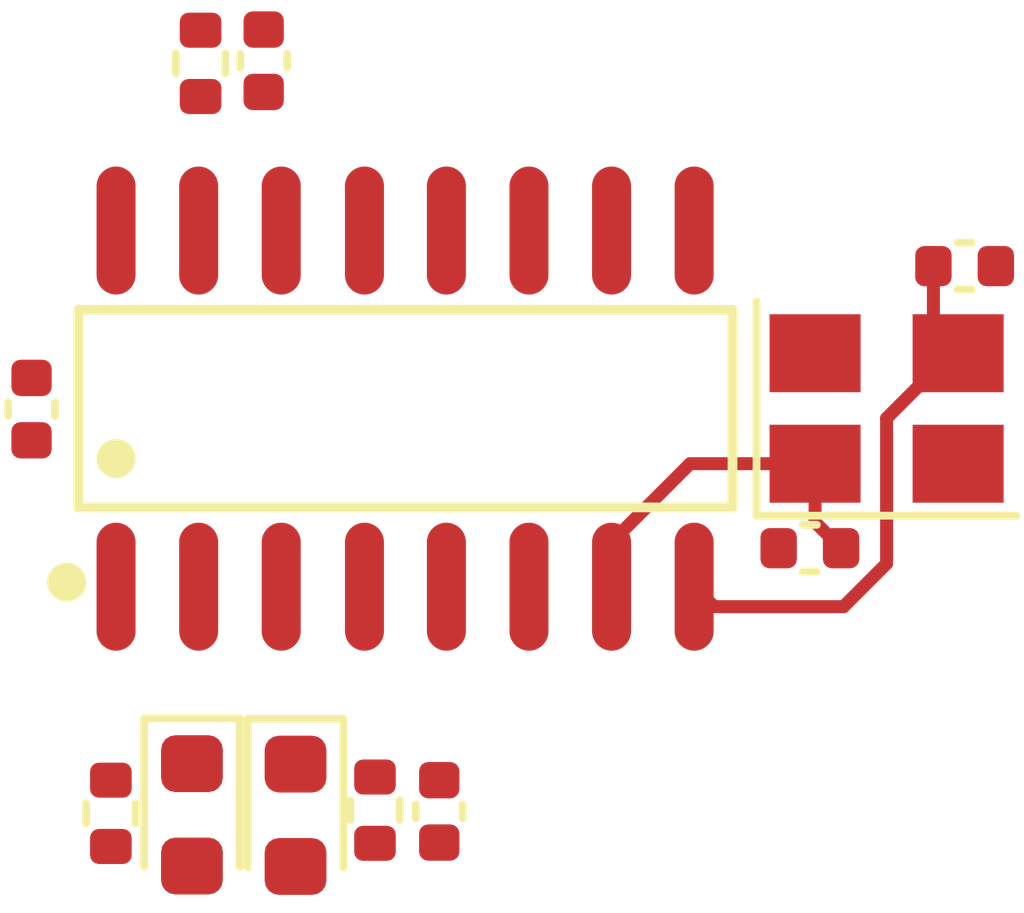
<source format=kicad_pcb>
(kicad_pcb (version 20241229) (generator "pcbnew") (generator_version "9.0")
  (title_block (title "${PCB_NAME}") (date "${CURRENT_DATE}") (rev "${PCB_VERSION}"))
  (layers (0 "F.Cu" signal) (2 "B.Cu" signal) (13 "F.Paste" user) (15 "B.Paste" user) (5 "F.SilkS" user "F.Silkscreen") (7 "B.SilkS" user "B.Silkscreen") (1 "F.Mask" user) (3 "B.Mask" user) (25 "Edge.Cuts" user))
  (net 0 "")
  (net 1 "NC_4")
  (net 2 "NC_3")
  (net 3 "USB_VCC")
  (net 4 "V3_INTERNAL")
  (net 5 "USB_D_P")
  (net 6 "TX_LED_ANODE")
  (net 7 "UART_TX")
  (net 8 "GND")
  (net 9 "RTS")
  (net 10 "NC_2")
  (net 11 "USB_D_N")
  (net 12 "RX_LED_ANODE")
  (net 13 "R232")
  (net 14 "oscpair_XIN")
  (net 15 "DTR")
  (net 16 "NC")
  (net 17 "UART_RX")
  (net 18 "VCC")
  (net 19 "oscpair_XOUT")
  (footprint "C_0402_1005Metric:C_0402_1005Metric" (layer "F.Cu") (at 142.7 107.13 -90)
    (property "Reference" "C1" (hide yes))
    (property "Value" "100nF 10V" (hide yes))
    (fp_line (start -0.107836 0.36) (end 0.107836 0.36) (stroke (width 0.12)) (layer "F.SilkS"))
    (fp_line (start -0.107836 -0.36) (end 0.107836 -0.36) (stroke (width 0.12)) (layer "F.SilkS"))
    (pad "1" smd roundrect (at -0.48 0 270) (size 0.56 0.62) (layers "F.Cu" "F.Mask" "F.Paste") (net 3 "USB_VCC"))
    (pad "2" smd roundrect (at 0.48 0 270) (size 0.56 0.62) (layers "F.Cu" "F.Mask" "F.Paste") (net 8 "GND"))
  )
  (footprint "R_0402_1005Metric:R_0402_1005Metric" (layer "F.Cu") (at 145.3 101.810001 90)
    (property "Reference" "R1" (hide yes))
    (property "Value" "1k 5%" (hide yes))
    (fp_line (start -0.153641 -0.38) (end 0.153641 -0.38) (stroke (width 0.12)) (layer "F.SilkS"))
    (fp_line (start -0.153641 0.38) (end 0.153641 0.38) (stroke (width 0.12)) (layer "F.SilkS"))
    (pad "1" smd roundrect (at -0.509999 0 90) (size 0.54 0.64) (layers "F.Cu" "F.Mask" "F.Paste") (net 13 "R232"))
    (pad "2" smd roundrect (at 0.509999 0 90) (size 0.54 0.64) (layers "F.Cu" "F.Mask" "F.Paste") (net 18 "VCC"))
  )
  (footprint "R_0402_1005Metric:R_0402_1005Metric" (layer "F.Cu") (at 143.92 113.35 -90)
    (property "Reference" "R2" (hide yes))
    (property "Value" "1k 5%" (hide yes))
    (fp_line (start -0.153641 0.38) (end 0.153641 0.38) (stroke (width 0.12)) (layer "F.SilkS"))
    (fp_line (start -0.153641 -0.38) (end 0.153641 -0.38) (stroke (width 0.12)) (layer "F.SilkS"))
    (pad "1" smd roundrect (at -0.509999 0 270) (size 0.54 0.64) (layers "F.Cu" "F.Mask" "F.Paste") (net 7 "UART_TX"))
    (pad "2" smd roundrect (at 0.509999 0 270) (size 0.54 0.64) (layers "F.Cu" "F.Mask" "F.Paste") (net 12 "RX_LED_ANODE"))
  )
  (footprint "LED_0603_1608Metric:LED_0603_1608Metric" (layer "F.Cu") (at 145.16697 113.373377 -90)
    (property "Reference" "D1" (hide yes))
    (property "Value" "LED YELLOW" (hide yes))
    (fp_line (start -1.485 0.735) (end 0.8 0.735) (stroke (width 0.12)) (layer "F.SilkS"))
    (fp_line (start -1.485 -0.735) (end -1.485 0.735) (stroke (width 0.12)) (layer "F.SilkS"))
    (fp_line (start 0.8 -0.735) (end -1.485 -0.735) (stroke (width 0.12)) (layer "F.SilkS"))
    (pad "1" smd roundrect (at -0.787501 0 270) (size 0.875 0.95) (layers "F.Cu" "F.Mask" "F.Paste") (net 8 "GND"))
    (pad "2" smd roundrect (at 0.787501 0 270) (size 0.875 0.95) (layers "F.Cu" "F.Mask" "F.Paste") (net 12 "RX_LED_ANODE"))
  )
  (footprint "C_0402_1005Metric:C_0402_1005Metric" (layer "F.Cu") (at 154.67 109.27 180)
    (property "Reference" "C4" (hide yes))
    (property "Value" "22pF C0G" (hide yes))
    (fp_line (start -0.107836 0.36) (end 0.107836 0.36) (stroke (width 0.12)) (layer "F.SilkS"))
    (fp_line (start -0.107836 -0.36) (end 0.107836 -0.36) (stroke (width 0.12)) (layer "F.SilkS"))
    (pad "1" smd roundrect (at -0.48 0 180) (size 0.56 0.62) (layers "F.Cu" "F.Mask" "F.Paste") (net 14 "oscpair_XIN"))
    (pad "2" smd roundrect (at 0.48 0 180) (size 0.56 0.62) (layers "F.Cu" "F.Mask" "F.Paste") (net 8 "GND"))
  )
  (footprint "Crystal_SMD_3225-4Pin_3.2x2.5mm:Crystal_SMD_3225-4Pin_3.2x2.5mm" (layer "F.Cu") (at 155.85 107.12)
    (property "Reference" "Y1" (hide yes))
    (property "Value" "12MHz 20pF" (hide yes))
    (fp_line (start -2 -1.65) (end -2 1.65) (stroke (width 0.12)) (layer "F.SilkS"))
    (fp_line (start -2 1.65) (end 2 1.65) (stroke (width 0.12)) (layer "F.SilkS"))
    (pad "1" smd rect (at -1.1 0.85) (size 1.4 1.2) (layers "F.Cu" "F.Mask" "F.Paste") (net 14 "oscpair_XIN"))
    (pad "2" smd rect (at 1.1 0.85) (size 1.4 1.2) (layers "F.Cu" "F.Mask" "F.Paste") (net 8 "GND"))
    (pad "3" smd rect (at 1.1 -0.85) (size 1.4 1.2) (layers "F.Cu" "F.Mask" "F.Paste") (net 19 "oscpair_XOUT"))
    (pad "4" smd rect (at -1.1 -0.85) (size 1.4 1.2) (layers "F.Cu" "F.Mask" "F.Paste") (net 8 "GND"))
  )
  (footprint "C_0402_1005Metric:C_0402_1005Metric" (layer "F.Cu") (at 157.05 104.93)
    (property "Reference" "C5" (hide yes))
    (property "Value" "22pF C0G" (hide yes))
    (fp_line (start -0.107836 -0.36) (end 0.107836 -0.36) (stroke (width 0.12)) (layer "F.SilkS"))
    (fp_line (start -0.107836 0.36) (end 0.107836 0.36) (stroke (width 0.12)) (layer "F.SilkS"))
    (pad "1" smd roundrect (at -0.48 0) (size 0.56 0.62) (layers "F.Cu" "F.Mask" "F.Paste") (net 19 "oscpair_XOUT"))
    (pad "2" smd roundrect (at 0.48 0) (size 0.56 0.62) (layers "F.Cu" "F.Mask" "F.Paste") (net 8 "GND"))
  )
  (footprint "LED_0603_1608Metric:LED_0603_1608Metric" (layer "F.Cu") (at 146.76 113.38 -90)
    (property "Reference" "D2" (hide yes))
    (property "Value" "LED YELLOW" (hide yes))
    (fp_line (start -1.485 0.735) (end 0.8 0.735) (stroke (width 0.12)) (layer "F.SilkS"))
    (fp_line (start -1.485 -0.735) (end -1.485 0.735) (stroke (width 0.12)) (layer "F.SilkS"))
    (fp_line (start 0.8 -0.735) (end -1.485 -0.735) (stroke (width 0.12)) (layer "F.SilkS"))
    (pad "1" smd roundrect (at -0.787501 0 270) (size 0.875 0.95) (layers "F.Cu" "F.Mask" "F.Paste") (net 17 "UART_RX"))
    (pad "2" smd roundrect (at 0.787501 0 270) (size 0.875 0.95) (layers "F.Cu" "F.Mask" "F.Paste") (net 6 "TX_LED_ANODE"))
  )
  (footprint "C_0402_1005Metric:C_0402_1005Metric" (layer "F.Cu") (at 148.97 113.32 -90)
    (property "Reference" "C2" (hide yes))
    (property "Value" "100nF 6.3V" (hide yes))
    (fp_line (start -0.107836 0.36) (end 0.107836 0.36) (stroke (width 0.12)) (layer "F.SilkS"))
    (fp_line (start -0.107836 -0.36) (end 0.107836 -0.36) (stroke (width 0.12)) (layer "F.SilkS"))
    (pad "1" smd roundrect (at -0.48 0 270) (size 0.56 0.62) (layers "F.Cu" "F.Mask" "F.Paste") (net 4 "V3_INTERNAL"))
    (pad "2" smd roundrect (at 0.48 0 270) (size 0.56 0.62) (layers "F.Cu" "F.Mask" "F.Paste") (net 8 "GND"))
  )
  (footprint "C_0402_1005Metric:C_0402_1005Metric" (layer "F.Cu") (at 146.27 101.77 -90)
    (property "Reference" "C3" (hide yes))
    (property "Value" "100nF 10V" (hide yes))
    (fp_line (start -0.107836 0.36) (end 0.107836 0.36) (stroke (width 0.12)) (layer "F.SilkS"))
    (fp_line (start -0.107836 -0.36) (end 0.107836 -0.36) (stroke (width 0.12)) (layer "F.SilkS"))
    (pad "1" smd roundrect (at -0.48 0 270) (size 0.56 0.62) (layers "F.Cu" "F.Mask" "F.Paste") (net 18 "VCC"))
    (pad "2" smd roundrect (at 0.48 0 270) (size 0.56 0.62) (layers "F.Cu" "F.Mask" "F.Paste") (net 8 "GND"))
  )
  (footprint "SOIC-16_L9.9-W3.9-P1.27-LS6.0-BL:SOIC-16_L9.9-W3.9-P1.27-LS6.0-BL" (layer "F.Cu") (at 148.45 107.1225)
    (property "Reference" "U1" (hide yes))
    (property "Value" "CH340G" (hide yes))
    (fp_line (start -5.03 -1.52) (end 5.03 -1.52) (stroke (width 0.15)) (layer "F.SilkS"))
    (fp_line (start -5.03 1.52) (end -5.03 -1.52) (stroke (width 0.15)) (layer "F.SilkS"))
    (fp_line (start 5.03 -1.52) (end 5.03 1.52) (stroke (width 0.15)) (layer "F.SilkS"))
    (fp_line (start 5.03 1.52) (end -5.03 1.52) (stroke (width 0.15)) (layer "F.SilkS"))
    (fp_circle (center -5.21 2.67) (end -5.06 2.67) (stroke (width 0.3)) (fill no) (layer "F.SilkS"))
    (fp_circle (center -4.45 0.77) (end -4.3 0.77) (stroke (width 0.3)) (fill no) (layer "F.SilkS"))
    (pad "1" smd oval (at -4.45 2.74) (size 0.6 1.97) (layers "F.Cu" "F.Mask" "F.Paste") (net 8 "GND"))
    (pad "2" smd oval (at -3.18 2.74) (size 0.6 1.97) (layers "F.Cu" "F.Mask" "F.Paste") (net 7 "UART_TX"))
    (pad "3" smd oval (at -1.91 2.74) (size 0.6 1.97) (layers "F.Cu" "F.Mask" "F.Paste") (net 17 "UART_RX"))
    (pad "4" smd oval (at -0.63 2.74) (size 0.6 1.97) (layers "F.Cu" "F.Mask" "F.Paste") (net 4 "V3_INTERNAL"))
    (pad "5" smd oval (at 0.63 2.74) (size 0.6 1.97) (layers "F.Cu" "F.Mask" "F.Paste") (net 5 "USB_D_P"))
    (pad "6" smd oval (at 1.9 2.74) (size 0.6 1.97) (layers "F.Cu" "F.Mask" "F.Paste") (net 11 "USB_D_N"))
    (pad "7" smd oval (at 3.17 2.74) (size 0.6 1.97) (layers "F.Cu" "F.Mask" "F.Paste") (net 14 "oscpair_XIN"))
    (pad "8" smd oval (at 4.44 2.74) (size 0.6 1.97) (layers "F.Cu" "F.Mask" "F.Paste") (net 19 "oscpair_XOUT"))
    (pad "9" smd oval (at 4.44 -2.74) (size 0.6 1.97) (layers "F.Cu" "F.Mask" "F.Paste") (net 16 "NC"))
    (pad "10" smd oval (at 3.17 -2.74) (size 0.6 1.97) (layers "F.Cu" "F.Mask" "F.Paste") (net 10 "NC_2"))
    (pad "11" smd oval (at 1.9 -2.74) (size 0.6 1.97) (layers "F.Cu" "F.Mask" "F.Paste") (net 2 "NC_3"))
    (pad "12" smd oval (at 0.63 -2.74) (size 0.6 1.97) (layers "F.Cu" "F.Mask" "F.Paste") (net 1 "NC_4"))
    (pad "13" smd oval (at -0.63 -2.74) (size 0.6 1.97) (layers "F.Cu" "F.Mask" "F.Paste") (net 15 "DTR"))
    (pad "14" smd oval (at -1.91 -2.74) (size 0.6 1.97) (layers "F.Cu" "F.Mask" "F.Paste") (net 9 "RTS"))
    (pad "15" smd oval (at -3.18 -2.74) (size 0.6 1.97) (layers "F.Cu" "F.Mask" "F.Paste") (net 13 "R232"))
    (pad "16" smd oval (at -4.45 -2.74) (size 0.6 1.97) (layers "F.Cu" "F.Mask" "F.Paste") (net 3 "USB_VCC"))
  )
  (footprint "R_0402_1005Metric:R_0402_1005Metric" (layer "F.Cu") (at 147.981925 113.301419 -90)
    (property "Reference" "R3" (hide yes))
    (property "Value" "1k 5%" (hide yes))
    (fp_line (start -0.153641 0.38) (end 0.153641 0.38) (stroke (width 0.12)) (layer "F.SilkS"))
    (fp_line (start -0.153641 -0.38) (end 0.153641 -0.38) (stroke (width 0.12)) (layer "F.SilkS"))
    (pad "1" smd roundrect (at -0.509999 0 270) (size 0.54 0.64) (layers "F.Cu" "F.Mask" "F.Paste") (net 18 "VCC"))
    (pad "2" smd roundrect (at 0.509999 0 270) (size 0.54 0.64) (layers "F.Cu" "F.Mask" "F.Paste") (net 6 "TX_LED_ANODE"))
  )
  (segment (start 154.75 108.87) (end 155.15 109.27) (width 0.2) (layer "F.Cu") (net 14))
  (segment (start 154.75 107.97) (end 154.75 108.87) (width 0.2) (layer "F.Cu") (net 14))
  (segment (start 151.62 109.8625) (end 151.62 109.1775) (width 0.2) (layer "F.Cu") (net 14))
  (segment (start 152.8275 107.97) (end 154.75 107.97) (width 0.2) (layer "F.Cu") (net 14))
  (segment (start 151.62 109.1775) (end 152.8275 107.97) (width 0.2) (layer "F.Cu") (net 14))
  (segment (start 152.89 109.8625) (end 153.1975 110.17) (width 0.2) (layer "F.Cu") (net 19))
  (segment (start 155.18755 110.17) (end 155.85 109.50755) (width 0.2) (layer "F.Cu") (net 19))
  (segment (start 155.85 109.50755) (end 155.85 107.27) (width 0.2) (layer "F.Cu") (net 19))
  (segment (start 156.57 104.93) (end 156.57 105.89) (width 0.2) (layer "F.Cu") (net 19))
  (segment (start 156.85 106.27) (end 156.95 106.27) (width 0.2) (layer "F.Cu") (net 19))
  (segment (start 156.57 105.89) (end 156.95 106.27) (width 0.2) (layer "F.Cu") (net 19))
  (segment (start 153.1975 110.17) (end 155.18755 110.17) (width 0.2) (layer "F.Cu") (net 19))
  (segment (start 155.85 107.27) (end 156.85 106.27) (width 0.2) (layer "F.Cu") (net 19))
)
</source>
